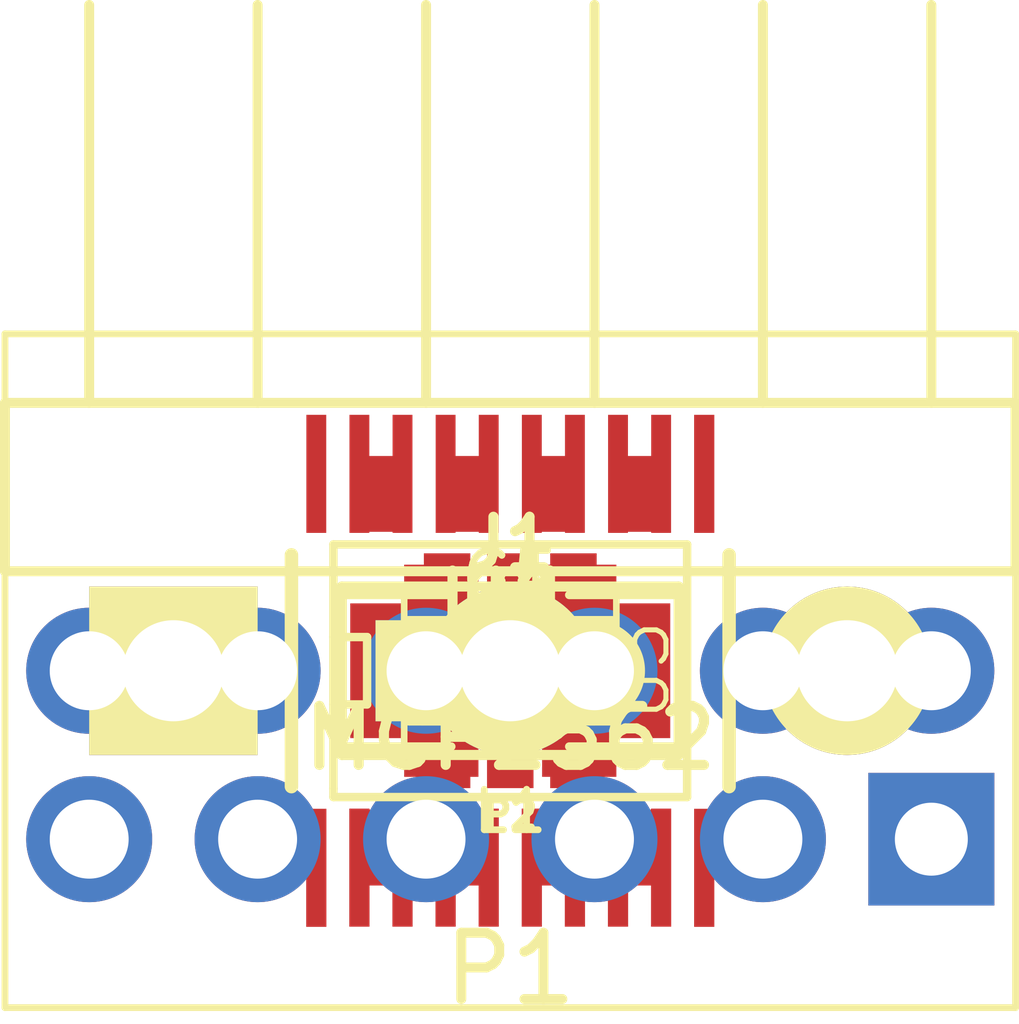
<source format=kicad_pcb>
(kicad_pcb (version 4) (host pcbnew 4.0.2+dfsg1-stable)

  (general
    (links 60)
    (no_connects 36)
    (area 0 0 0 0)
    (thickness 1.6)
    (drawings 0)
    (tracks 0)
    (zones 0)
    (modules 26)
    (nets 29)
  )

  (page A4)
  (layers
    (0 F.Cu signal)
    (31 B.Cu signal)
    (32 B.Adhes user)
    (33 F.Adhes user)
    (34 B.Paste user)
    (35 F.Paste user)
    (36 B.SilkS user)
    (37 F.SilkS user)
    (38 B.Mask user)
    (39 F.Mask user)
    (40 Dwgs.User user)
    (41 Cmts.User user)
    (42 Eco1.User user)
    (43 Eco2.User user)
    (44 Edge.Cuts user)
    (45 Margin user)
    (46 B.CrtYd user)
    (47 F.CrtYd user)
    (48 B.Fab user)
    (49 F.Fab user)
  )

  (setup
    (last_trace_width 0.25)
    (trace_clearance 0.2)
    (zone_clearance 0.508)
    (zone_45_only no)
    (trace_min 0.2)
    (segment_width 0.2)
    (edge_width 0.1)
    (via_size 0.6)
    (via_drill 0.4)
    (via_min_size 0.4)
    (via_min_drill 0.3)
    (uvia_size 0.3)
    (uvia_drill 0.1)
    (uvias_allowed no)
    (uvia_min_size 0.2)
    (uvia_min_drill 0.1)
    (pcb_text_width 0.3)
    (pcb_text_size 1.5 1.5)
    (mod_edge_width 0.15)
    (mod_text_size 1 1)
    (mod_text_width 0.15)
    (pad_size 1.5 1.5)
    (pad_drill 0.6)
    (pad_to_mask_clearance 0)
    (aux_axis_origin 0 0)
    (visible_elements FFFFFF7F)
    (pcbplotparams
      (layerselection 0x00030_80000001)
      (usegerberextensions false)
      (excludeedgelayer true)
      (linewidth 0.100000)
      (plotframeref false)
      (viasonmask false)
      (mode 1)
      (useauxorigin false)
      (hpglpennumber 1)
      (hpglpenspeed 20)
      (hpglpendiameter 15)
      (hpglpenoverlay 2)
      (psnegative false)
      (psa4output false)
      (plotreference true)
      (plotvalue true)
      (plotinvisibletext false)
      (padsonsilk false)
      (subtractmaskfromsilk false)
      (outputformat 1)
      (mirror false)
      (drillshape 1)
      (scaleselection 1)
      (outputdirectory ""))
  )

  (net 0 "")
  (net 1 VCC)
  (net 2 GND)
  (net 3 5V)
  (net 4 RST)
  (net 5 "Net-(J1-Pad1)")
  (net 6 "Net-(J1-Pad2)")
  (net 7 "Net-(L1-Pad2)")
  (net 8 SPI_CS)
  (net 9 SPI_MOSI)
  (net 10 SPI_MISO)
  (net 11 SPI_SCK)
  (net 12 SPI_INT)
  (net 13 "Net-(P1-Pad9)")
  (net 14 "Net-(P1-Pad10)")
  (net 15 "Net-(P2-Pad3)")
  (net 16 "Net-(R2-Pad1)")
  (net 17 CAN_TX)
  (net 18 CAN_RX)
  (net 19 "Net-(R5-Pad2)")
  (net 20 "Net-(U2-Pad3)")
  (net 21 "Net-(U2-Pad4)")
  (net 22 "Net-(U2-Pad5)")
  (net 23 "Net-(U2-Pad7)")
  (net 24 "Net-(U2-Pad8)")
  (net 25 "Net-(U2-Pad9)")
  (net 26 "Net-(U2-Pad12)")
  (net 27 "Net-(U2-Pad11)")
  (net 28 "Net-(X1-Pad1)")

  (net_class Default "This is the default net class."
    (clearance 0.2)
    (trace_width 0.25)
    (via_dia 0.6)
    (via_drill 0.4)
    (uvia_dia 0.3)
    (uvia_drill 0.1)
    (add_net 5V)
    (add_net CAN_RX)
    (add_net CAN_TX)
    (add_net GND)
    (add_net "Net-(J1-Pad1)")
    (add_net "Net-(J1-Pad2)")
    (add_net "Net-(L1-Pad2)")
    (add_net "Net-(P1-Pad10)")
    (add_net "Net-(P1-Pad9)")
    (add_net "Net-(P2-Pad3)")
    (add_net "Net-(R2-Pad1)")
    (add_net "Net-(R5-Pad2)")
    (add_net "Net-(U2-Pad11)")
    (add_net "Net-(U2-Pad12)")
    (add_net "Net-(U2-Pad3)")
    (add_net "Net-(U2-Pad4)")
    (add_net "Net-(U2-Pad5)")
    (add_net "Net-(U2-Pad7)")
    (add_net "Net-(U2-Pad8)")
    (add_net "Net-(U2-Pad9)")
    (add_net "Net-(X1-Pad1)")
    (add_net RST)
    (add_net SPI_CS)
    (add_net SPI_INT)
    (add_net SPI_MISO)
    (add_net SPI_MOSI)
    (add_net SPI_SCK)
    (add_net VCC)
  )

  (module comm-can:SMD0805 (layer F.Cu) (tedit 59C99880) (tstamp 5A6B7CCE)
    (at 148.5011 105.0036)
    (path /5A2C51AA)
    (attr smd)
    (fp_text reference C1 (at 0 -1.4) (layer F.SilkS)
      (effects (font (size 0.762 0.762) (thickness 0.1016)))
    )
    (fp_text value 10uF (at 0 0) (layer F.SilkS) hide
      (effects (font (size 0.635 0.635) (thickness 0.127)))
    )
    (fp_line (start -0.508 0.762) (end -1.524 0.762) (layer F.SilkS) (width 0.127))
    (fp_line (start -1.524 0.762) (end -1.524 -0.762) (layer F.SilkS) (width 0.127))
    (fp_line (start -1.524 -0.762) (end -0.508 -0.762) (layer F.SilkS) (width 0.127))
    (fp_line (start 0.508 -0.762) (end 1.524 -0.762) (layer F.SilkS) (width 0.127))
    (fp_line (start 1.524 -0.762) (end 1.524 0.762) (layer F.SilkS) (width 0.127))
    (fp_line (start 1.524 0.762) (end 0.508 0.762) (layer F.SilkS) (width 0.127))
    (pad 1 smd rect (at -0.9525 0) (size 0.889 1.397) (layers F.Cu F.Paste F.Mask)
      (net 1 VCC))
    (pad 2 smd rect (at 0.9525 0) (size 0.889 1.397) (layers F.Cu F.Paste F.Mask)
      (net 2 GND))
    (model smd/chip_cms.wrl
      (at (xyz 0 0 0))
      (scale (xyz 0.1 0.1 0.1))
      (rotate (xyz 0 0 0))
    )
  )

  (module comm-can:SMD0603 (layer F.Cu) (tedit 59C99880) (tstamp 5A6B7CD4)
    (at 148.5011 105.0036)
    (path /5A2C545E)
    (attr smd)
    (fp_text reference C2 (at 0 -1.0922) (layer F.SilkS)
      (effects (font (size 0.762 0.762) (thickness 0.1016)))
    )
    (fp_text value 100nF (at 0 0) (layer F.SilkS) hide
      (effects (font (size 0.20066 0.20066) (thickness 0.0508)))
    )
    (fp_line (start -1.143 -0.635) (end 1.143 -0.635) (layer F.SilkS) (width 0.127))
    (fp_line (start 1.143 -0.635) (end 1.143 0.635) (layer F.SilkS) (width 0.127))
    (fp_line (start 1.143 0.635) (end -1.143 0.635) (layer F.SilkS) (width 0.127))
    (fp_line (start -1.143 0.635) (end -1.143 -0.635) (layer F.SilkS) (width 0.127))
    (pad 1 smd rect (at -0.762 0) (size 0.635 1.143) (layers F.Cu F.Paste F.Mask)
      (net 1 VCC))
    (pad 2 smd rect (at 0.762 0) (size 0.635 1.143) (layers F.Cu F.Paste F.Mask)
      (net 2 GND))
    (model smd/chip_cms.wrl
      (at (xyz 0 0 0))
      (scale (xyz 0.08 0.08 0.08))
      (rotate (xyz 0 0 0))
    )
  )

  (module comm-can:SMD0603 (layer F.Cu) (tedit 59C99880) (tstamp 5A6B7CDA)
    (at 148.5011 105.0036)
    (path /5A2C5499)
    (attr smd)
    (fp_text reference C3 (at 0 -1.0922) (layer F.SilkS)
      (effects (font (size 0.762 0.762) (thickness 0.1016)))
    )
    (fp_text value 100nF (at 0 0) (layer F.SilkS) hide
      (effects (font (size 0.20066 0.20066) (thickness 0.0508)))
    )
    (fp_line (start -1.143 -0.635) (end 1.143 -0.635) (layer F.SilkS) (width 0.127))
    (fp_line (start 1.143 -0.635) (end 1.143 0.635) (layer F.SilkS) (width 0.127))
    (fp_line (start 1.143 0.635) (end -1.143 0.635) (layer F.SilkS) (width 0.127))
    (fp_line (start -1.143 0.635) (end -1.143 -0.635) (layer F.SilkS) (width 0.127))
    (pad 1 smd rect (at -0.762 0) (size 0.635 1.143) (layers F.Cu F.Paste F.Mask)
      (net 1 VCC))
    (pad 2 smd rect (at 0.762 0) (size 0.635 1.143) (layers F.Cu F.Paste F.Mask)
      (net 2 GND))
    (model smd/chip_cms.wrl
      (at (xyz 0 0 0))
      (scale (xyz 0.08 0.08 0.08))
      (rotate (xyz 0 0 0))
    )
  )

  (module comm-can:SMD0805 (layer F.Cu) (tedit 59C99880) (tstamp 5A6B7CE0)
    (at 148.5011 105.0036)
    (path /5A2C54D6)
    (attr smd)
    (fp_text reference C4 (at 0 -1.4) (layer F.SilkS)
      (effects (font (size 0.762 0.762) (thickness 0.1016)))
    )
    (fp_text value 10uF (at 0 0) (layer F.SilkS) hide
      (effects (font (size 0.635 0.635) (thickness 0.127)))
    )
    (fp_line (start -0.508 0.762) (end -1.524 0.762) (layer F.SilkS) (width 0.127))
    (fp_line (start -1.524 0.762) (end -1.524 -0.762) (layer F.SilkS) (width 0.127))
    (fp_line (start -1.524 -0.762) (end -0.508 -0.762) (layer F.SilkS) (width 0.127))
    (fp_line (start 0.508 -0.762) (end 1.524 -0.762) (layer F.SilkS) (width 0.127))
    (fp_line (start 1.524 -0.762) (end 1.524 0.762) (layer F.SilkS) (width 0.127))
    (fp_line (start 1.524 0.762) (end 0.508 0.762) (layer F.SilkS) (width 0.127))
    (pad 1 smd rect (at -0.9525 0) (size 0.889 1.397) (layers F.Cu F.Paste F.Mask)
      (net 1 VCC))
    (pad 2 smd rect (at 0.9525 0) (size 0.889 1.397) (layers F.Cu F.Paste F.Mask)
      (net 2 GND))
    (model smd/chip_cms.wrl
      (at (xyz 0 0 0))
      (scale (xyz 0.1 0.1 0.1))
      (rotate (xyz 0 0 0))
    )
  )

  (module comm-can:SMD0805 (layer F.Cu) (tedit 59C99880) (tstamp 5A6B7CE6)
    (at 148.5011 105.0036)
    (path /5A2C4842)
    (attr smd)
    (fp_text reference C5 (at 0 -1.4) (layer F.SilkS)
      (effects (font (size 0.762 0.762) (thickness 0.1016)))
    )
    (fp_text value 10uF (at 0 0) (layer F.SilkS) hide
      (effects (font (size 0.635 0.635) (thickness 0.127)))
    )
    (fp_line (start -0.508 0.762) (end -1.524 0.762) (layer F.SilkS) (width 0.127))
    (fp_line (start -1.524 0.762) (end -1.524 -0.762) (layer F.SilkS) (width 0.127))
    (fp_line (start -1.524 -0.762) (end -0.508 -0.762) (layer F.SilkS) (width 0.127))
    (fp_line (start 0.508 -0.762) (end 1.524 -0.762) (layer F.SilkS) (width 0.127))
    (fp_line (start 1.524 -0.762) (end 1.524 0.762) (layer F.SilkS) (width 0.127))
    (fp_line (start 1.524 0.762) (end 0.508 0.762) (layer F.SilkS) (width 0.127))
    (pad 1 smd rect (at -0.9525 0) (size 0.889 1.397) (layers F.Cu F.Paste F.Mask)
      (net 3 5V))
    (pad 2 smd rect (at 0.9525 0) (size 0.889 1.397) (layers F.Cu F.Paste F.Mask)
      (net 2 GND))
    (model smd/chip_cms.wrl
      (at (xyz 0 0 0))
      (scale (xyz 0.1 0.1 0.1))
      (rotate (xyz 0 0 0))
    )
  )

  (module comm-can:SMD0603 (layer F.Cu) (tedit 59C99880) (tstamp 5A6B7CEC)
    (at 148.5011 105.0036)
    (path /5A2C9F65)
    (attr smd)
    (fp_text reference C6 (at 0 -1.0922) (layer F.SilkS)
      (effects (font (size 0.762 0.762) (thickness 0.1016)))
    )
    (fp_text value 100nF (at 0 0) (layer F.SilkS) hide
      (effects (font (size 0.20066 0.20066) (thickness 0.0508)))
    )
    (fp_line (start -1.143 -0.635) (end 1.143 -0.635) (layer F.SilkS) (width 0.127))
    (fp_line (start 1.143 -0.635) (end 1.143 0.635) (layer F.SilkS) (width 0.127))
    (fp_line (start 1.143 0.635) (end -1.143 0.635) (layer F.SilkS) (width 0.127))
    (fp_line (start -1.143 0.635) (end -1.143 -0.635) (layer F.SilkS) (width 0.127))
    (pad 1 smd rect (at -0.762 0) (size 0.635 1.143) (layers F.Cu F.Paste F.Mask)
      (net 1 VCC))
    (pad 2 smd rect (at 0.762 0) (size 0.635 1.143) (layers F.Cu F.Paste F.Mask)
      (net 2 GND))
    (model smd/chip_cms.wrl
      (at (xyz 0 0 0))
      (scale (xyz 0.08 0.08 0.08))
      (rotate (xyz 0 0 0))
    )
  )

  (module comm-can:SMD0603 (layer F.Cu) (tedit 59C99880) (tstamp 5A6B7CF2)
    (at 148.5011 105.0036)
    (path /5A2CA687)
    (attr smd)
    (fp_text reference C7 (at 0 -1.0922) (layer F.SilkS)
      (effects (font (size 0.762 0.762) (thickness 0.1016)))
    )
    (fp_text value C (at 0 0) (layer F.SilkS) hide
      (effects (font (size 0.20066 0.20066) (thickness 0.0508)))
    )
    (fp_line (start -1.143 -0.635) (end 1.143 -0.635) (layer F.SilkS) (width 0.127))
    (fp_line (start 1.143 -0.635) (end 1.143 0.635) (layer F.SilkS) (width 0.127))
    (fp_line (start 1.143 0.635) (end -1.143 0.635) (layer F.SilkS) (width 0.127))
    (fp_line (start -1.143 0.635) (end -1.143 -0.635) (layer F.SilkS) (width 0.127))
    (pad 1 smd rect (at -0.762 0) (size 0.635 1.143) (layers F.Cu F.Paste F.Mask)
      (net 4 RST))
    (pad 2 smd rect (at 0.762 0) (size 0.635 1.143) (layers F.Cu F.Paste F.Mask)
      (net 2 GND))
    (model smd/chip_cms.wrl
      (at (xyz 0 0 0))
      (scale (xyz 0.08 0.08 0.08))
      (rotate (xyz 0 0 0))
    )
  )

  (module comm-can:CONN_2 (layer F.Cu) (tedit 59C99880) (tstamp 5A6B7CF8)
    (at 148.5011 105.0036)
    (tags CONN)
    (path /59D389BB)
    (fp_text reference J1 (at 0 -1.905) (layer F.SilkS)
      (effects (font (size 0.762 0.762) (thickness 0.1524)))
    )
    (fp_text value JUMPER (at 0 0 90) (layer F.SilkS) hide
      (effects (font (size 0.5 0.5) (thickness 0.1)))
    )
    (fp_line (start -2.54 1.27) (end -2.54 -1.27) (layer F.SilkS) (width 0.1524))
    (fp_line (start -2.54 -1.27) (end 2.54 -1.27) (layer F.SilkS) (width 0.1524))
    (fp_line (start 2.54 -1.27) (end 2.54 1.27) (layer F.SilkS) (width 0.1524))
    (fp_line (start 2.54 1.27) (end -2.54 1.27) (layer F.SilkS) (width 0.1524))
    (pad 1 thru_hole rect (at -1.27 0) (size 1.524 1.524) (drill 1.016) (layers *.Cu *.Mask F.SilkS)
      (net 5 "Net-(J1-Pad1)"))
    (pad 2 thru_hole circle (at 1.27 0) (size 1.524 1.524) (drill 1.016) (layers *.Cu *.Mask F.SilkS)
      (net 6 "Net-(J1-Pad2)"))
    (model pin_array/pins_array_2x1.wrl
      (at (xyz 0 0 0))
      (scale (xyz 1 1 1))
      (rotate (xyz 0 0 0))
    )
  )

  (module comm-can:I_EPL3010 (layer F.Cu) (tedit 59C99880) (tstamp 5A6B7CFE)
    (at 148.5011 105.0036)
    (path /5A2C6011)
    (fp_text reference L1 (at 0 2.1209) (layer F.SilkS)
      (effects (font (size 0.6096 0.6096) (thickness 0.1016)))
    )
    (fp_text value 4,7uH (at 0 0 90) (layer F.Fab) hide
      (effects (font (size 0.2 0.2) (thickness 0.05)))
    )
    (pad 1 smd rect (at -1.04 0) (size 1.12 3.2) (layers F.Cu F.Paste F.Mask)
      (net 1 VCC))
    (pad 2 smd rect (at 1.04 0) (size 1.12 3.2) (layers F.Cu F.Paste F.Mask)
      (net 7 "Net-(L1-Pad2)"))
  )

  (module comm-can:CONN_PMOD-Male (layer F.Cu) (tedit 59C99880) (tstamp 5A6B7D0E)
    (at 148.5011 105.0036)
    (path /59D3A542)
    (fp_text reference P1 (at 0 4.4958) (layer F.SilkS)
      (effects (font (size 1 1) (thickness 0.15)))
    )
    (fp_text value PMOD (at 0 -2.77) (layer F.Fab)
      (effects (font (size 1 1) (thickness 0.15)))
    )
    (fp_line (start 6.35 -10.04) (end 6.35 -4.04) (layer F.SilkS) (width 0.15))
    (fp_line (start 3.81 -10.04) (end 3.81 -4.04) (layer F.SilkS) (width 0.15))
    (fp_line (start 1.27 -10.04) (end 1.27 -4.04) (layer F.SilkS) (width 0.15))
    (fp_line (start -1.27 -10.04) (end -1.27 -4.04) (layer F.SilkS) (width 0.15))
    (fp_line (start -3.81 -10.04) (end -3.81 -4.04) (layer F.SilkS) (width 0.15))
    (fp_line (start -6.35 -10.04) (end -6.35 -4.04) (layer F.SilkS) (width 0.15))
    (fp_line (start -7.62 -1.5) (end 7.62 -1.5) (layer F.SilkS) (width 0.15))
    (fp_line (start 7.62 -1.5) (end 7.62 -4.04) (layer F.SilkS) (width 0.15))
    (fp_line (start 7.62 -4.04) (end -7.62 -4.04) (layer F.SilkS) (width 0.15))
    (fp_line (start -7.62 -1.5) (end -7.62 -4.04) (layer F.SilkS) (width 0.15))
    (pad 1 thru_hole rect (at 6.35 2.54) (size 1.9 2) (drill 1.1) (layers *.Cu *.Mask)
      (net 8 SPI_CS))
    (pad 2 thru_hole circle (at 3.81 2.54) (size 1.9 1.9) (drill 1.19) (layers *.Cu *.Mask)
      (net 9 SPI_MOSI))
    (pad 3 thru_hole circle (at 1.27 2.54) (size 1.9 1.9) (drill 1.19) (layers *.Cu *.Mask)
      (net 10 SPI_MISO))
    (pad 4 thru_hole circle (at -1.27 2.54) (size 1.9 1.9) (drill 1.19) (layers *.Cu *.Mask)
      (net 11 SPI_SCK))
    (pad 5 thru_hole circle (at -3.81 2.54) (size 1.9 1.9) (drill 1.19) (layers *.Cu *.Mask)
      (net 2 GND))
    (pad 6 thru_hole circle (at -6.35 2.54) (size 1.9 1.9) (drill 1.19) (layers *.Cu *.Mask)
      (net 1 VCC))
    (pad 7 thru_hole circle (at 6.35 0) (size 1.9 1.9) (drill 1.19) (layers *.Cu *.Mask)
      (net 12 SPI_INT))
    (pad 8 thru_hole circle (at 3.81 0) (size 1.9 1.9) (drill 1.19) (layers *.Cu *.Mask)
      (net 4 RST))
    (pad 9 thru_hole circle (at 1.27 0) (size 1.9 1.9) (drill 1.19) (layers *.Cu *.Mask)
      (net 13 "Net-(P1-Pad9)"))
    (pad 10 thru_hole circle (at -1.27 0) (size 1.9 1.9) (drill 1.19) (layers *.Cu *.Mask)
      (net 14 "Net-(P1-Pad10)"))
    (pad 11 thru_hole circle (at -3.81 0) (size 1.9 1.9) (drill 1.19) (layers *.Cu *.Mask)
      (net 2 GND))
    (pad 12 thru_hole circle (at -6.35 0) (size 1.9 1.9) (drill 1.19) (layers *.Cu *.Mask)
      (net 1 VCC))
  )

  (module comm-can:CONN_MC000035 (layer F.Cu) (tedit 59C99880) (tstamp 5A6B7D15)
    (at 148.5011 105.0036)
    (tags CONN)
    (path /59D3844D)
    (fp_text reference P2 (at 0 2.1717) (layer F.SilkS)
      (effects (font (size 0.4064 0.4064) (thickness 0.1016)))
    )
    (fp_text value CONN_3 (at 0 -1.905) (layer F.SilkS) hide
      (effects (font (size 0.4064 0.4064) (thickness 0.1016)))
    )
    (fp_line (start -7.62 5.08) (end 7.62 5.08) (layer F.SilkS) (width 0.1016))
    (fp_line (start -7.62 -5.08) (end 7.62 -5.08) (layer F.SilkS) (width 0.1016))
    (fp_line (start -7.62 5.08) (end -7.62 -5.08) (layer F.SilkS) (width 0.1016))
    (fp_line (start 7.62 -5.08) (end 7.62 5.08) (layer F.SilkS) (width 0.1016))
    (pad 1 thru_hole rect (at -5.08 0) (size 2.54 2.54) (drill 1.524) (layers *.Cu *.Mask F.SilkS)
      (net 2 GND))
    (pad 3 thru_hole circle (at 5.08 0) (size 2.54 2.54) (drill 1.524) (layers *.Cu *.Mask F.SilkS)
      (net 15 "Net-(P2-Pad3)"))
    (pad 2 thru_hole circle (at 0 0) (size 2.54 2.54) (drill 1.524) (layers *.Cu *.Mask F.SilkS)
      (net 6 "Net-(J1-Pad2)"))
    (model res/mc000034.wrl
      (at (xyz 0 0 0))
      (scale (xyz 1 1 1))
      (rotate (xyz 0 0 0))
    )
  )

  (module comm-can:SMD1206 (layer F.Cu) (tedit 59C99880) (tstamp 5A6B7D1B)
    (at 148.5011 105.0036)
    (path /59D38985)
    (attr smd)
    (fp_text reference R1 (at 0 0) (layer F.SilkS)
      (effects (font (size 0.762 0.762) (thickness 0.127)))
    )
    (fp_text value R (at 0 0) (layer F.SilkS) hide
      (effects (font (size 0.762 0.762) (thickness 0.127)))
    )
    (fp_line (start -2.54 -1.143) (end -2.54 1.143) (layer F.SilkS) (width 0.127))
    (fp_line (start -2.54 1.143) (end -0.889 1.143) (layer F.SilkS) (width 0.127))
    (fp_line (start 0.889 -1.143) (end 2.54 -1.143) (layer F.SilkS) (width 0.127))
    (fp_line (start 2.54 -1.143) (end 2.54 1.143) (layer F.SilkS) (width 0.127))
    (fp_line (start 2.54 1.143) (end 0.889 1.143) (layer F.SilkS) (width 0.127))
    (fp_line (start -0.889 -1.143) (end -2.54 -1.143) (layer F.SilkS) (width 0.127))
    (pad 1 smd rect (at -1.651 0) (size 1.524 2.032) (layers F.Cu F.Paste F.Mask)
      (net 15 "Net-(P2-Pad3)"))
    (pad 2 smd rect (at 1.651 0) (size 1.524 2.032) (layers F.Cu F.Paste F.Mask)
      (net 5 "Net-(J1-Pad1)"))
    (model smd/chip_cms.wrl
      (at (xyz 0 0 0))
      (scale (xyz 0.17 0.16 0.16))
      (rotate (xyz 0 0 0))
    )
  )

  (module comm-can:SMD0603 (layer F.Cu) (tedit 59C99880) (tstamp 5A6B7D21)
    (at 148.5011 105.0036)
    (path /59D39FC6)
    (attr smd)
    (fp_text reference R2 (at 0 -1.0922) (layer F.SilkS)
      (effects (font (size 0.762 0.762) (thickness 0.1016)))
    )
    (fp_text value R (at 0 0) (layer F.SilkS) hide
      (effects (font (size 0.20066 0.20066) (thickness 0.0508)))
    )
    (fp_line (start -1.143 -0.635) (end 1.143 -0.635) (layer F.SilkS) (width 0.127))
    (fp_line (start 1.143 -0.635) (end 1.143 0.635) (layer F.SilkS) (width 0.127))
    (fp_line (start 1.143 0.635) (end -1.143 0.635) (layer F.SilkS) (width 0.127))
    (fp_line (start -1.143 0.635) (end -1.143 -0.635) (layer F.SilkS) (width 0.127))
    (pad 1 smd rect (at -0.762 0) (size 0.635 1.143) (layers F.Cu F.Paste F.Mask)
      (net 16 "Net-(R2-Pad1)"))
    (pad 2 smd rect (at 0.762 0) (size 0.635 1.143) (layers F.Cu F.Paste F.Mask)
      (net 2 GND))
    (model smd/chip_cms.wrl
      (at (xyz 0 0 0))
      (scale (xyz 0.08 0.08 0.08))
      (rotate (xyz 0 0 0))
    )
  )

  (module comm-can:SMD0402 (layer F.Cu) (tedit 59C99880) (tstamp 5A6B7D27)
    (at 148.5011 105.0036)
    (path /59E4EBCA)
    (solder_mask_margin 0.0762)
    (solder_paste_margin -0.0254)
    (attr smd)
    (fp_text reference R3 (at 0 0.6096) (layer F.SilkS) hide
      (effects (font (size 0.2 0.2) (thickness 0.05)))
    )
    (fp_text value 0 (at 0 -0.3937) (layer F.SilkS) hide
      (effects (font (size 0.2 0.2) (thickness 0.05)))
    )
    (fp_line (start -0.85 -0.4) (end -0.55 -0.4) (layer F.SilkS) (width 0.1016))
    (fp_line (start -0.85 -0.4) (end -0.85 0.4) (layer F.SilkS) (width 0.1016))
    (fp_line (start -0.85 0.4) (end -0.55 0.4) (layer F.SilkS) (width 0.1016))
    (fp_line (start 0.55 -0.4) (end 0.85 -0.4) (layer F.SilkS) (width 0.1016))
    (fp_line (start 0.85 -0.4) (end 0.85 0.4) (layer F.SilkS) (width 0.1016))
    (fp_line (start 0.85 0.4) (end 0.55 0.4) (layer F.SilkS) (width 0.1016))
    (pad 1 smd rect (at -0.45 0) (size 0.5 0.5) (layers F.Cu F.Paste F.SilkS F.Mask)
      (net 17 CAN_TX))
    (pad 2 smd rect (at 0.45 0) (size 0.5 0.5) (layers F.Cu F.Paste F.SilkS F.Mask)
      (net 17 CAN_TX))
  )

  (module comm-can:SMD0402 (layer F.Cu) (tedit 59C99880) (tstamp 5A6B7D2D)
    (at 148.5011 105.0036)
    (path /59E4EC1F)
    (solder_mask_margin 0.0762)
    (solder_paste_margin -0.0254)
    (attr smd)
    (fp_text reference R4 (at 0 0.6096) (layer F.SilkS) hide
      (effects (font (size 0.2 0.2) (thickness 0.05)))
    )
    (fp_text value 0 (at 0 -0.3937) (layer F.SilkS) hide
      (effects (font (size 0.2 0.2) (thickness 0.05)))
    )
    (fp_line (start -0.85 -0.4) (end -0.55 -0.4) (layer F.SilkS) (width 0.1016))
    (fp_line (start -0.85 -0.4) (end -0.85 0.4) (layer F.SilkS) (width 0.1016))
    (fp_line (start -0.85 0.4) (end -0.55 0.4) (layer F.SilkS) (width 0.1016))
    (fp_line (start 0.55 -0.4) (end 0.85 -0.4) (layer F.SilkS) (width 0.1016))
    (fp_line (start 0.85 -0.4) (end 0.85 0.4) (layer F.SilkS) (width 0.1016))
    (fp_line (start 0.85 0.4) (end 0.55 0.4) (layer F.SilkS) (width 0.1016))
    (pad 1 smd rect (at -0.45 0) (size 0.5 0.5) (layers F.Cu F.Paste F.SilkS F.Mask)
      (net 18 CAN_RX))
    (pad 2 smd rect (at 0.45 0) (size 0.5 0.5) (layers F.Cu F.Paste F.SilkS F.Mask)
      (net 18 CAN_RX))
  )

  (module comm-can:SMD0603 (layer F.Cu) (tedit 59C99880) (tstamp 5A6B7D33)
    (at 148.5011 105.0036)
    (path /5A2C3C59)
    (attr smd)
    (fp_text reference R5 (at 0 -1.0922) (layer F.SilkS)
      (effects (font (size 0.762 0.762) (thickness 0.1016)))
    )
    (fp_text value R (at 0 0) (layer F.SilkS) hide
      (effects (font (size 0.20066 0.20066) (thickness 0.0508)))
    )
    (fp_line (start -1.143 -0.635) (end 1.143 -0.635) (layer F.SilkS) (width 0.127))
    (fp_line (start 1.143 -0.635) (end 1.143 0.635) (layer F.SilkS) (width 0.127))
    (fp_line (start 1.143 0.635) (end -1.143 0.635) (layer F.SilkS) (width 0.127))
    (fp_line (start -1.143 0.635) (end -1.143 -0.635) (layer F.SilkS) (width 0.127))
    (pad 1 smd rect (at -0.762 0) (size 0.635 1.143) (layers F.Cu F.Paste F.Mask)
      (net 3 5V))
    (pad 2 smd rect (at 0.762 0) (size 0.635 1.143) (layers F.Cu F.Paste F.Mask)
      (net 19 "Net-(R5-Pad2)"))
    (model smd/chip_cms.wrl
      (at (xyz 0 0 0))
      (scale (xyz 0.08 0.08 0.08))
      (rotate (xyz 0 0 0))
    )
  )

  (module comm-can:SMD0603 (layer F.Cu) (tedit 59C99880) (tstamp 5A6B7D39)
    (at 148.5011 105.0036)
    (path /5A2C3C9A)
    (attr smd)
    (fp_text reference R6 (at 0 -1.0922) (layer F.SilkS)
      (effects (font (size 0.762 0.762) (thickness 0.1016)))
    )
    (fp_text value R (at 0 0) (layer F.SilkS) hide
      (effects (font (size 0.20066 0.20066) (thickness 0.0508)))
    )
    (fp_line (start -1.143 -0.635) (end 1.143 -0.635) (layer F.SilkS) (width 0.127))
    (fp_line (start 1.143 -0.635) (end 1.143 0.635) (layer F.SilkS) (width 0.127))
    (fp_line (start 1.143 0.635) (end -1.143 0.635) (layer F.SilkS) (width 0.127))
    (fp_line (start -1.143 0.635) (end -1.143 -0.635) (layer F.SilkS) (width 0.127))
    (pad 1 smd rect (at -0.762 0) (size 0.635 1.143) (layers F.Cu F.Paste F.Mask)
      (net 19 "Net-(R5-Pad2)"))
    (pad 2 smd rect (at 0.762 0) (size 0.635 1.143) (layers F.Cu F.Paste F.Mask)
      (net 2 GND))
    (model smd/chip_cms.wrl
      (at (xyz 0 0 0))
      (scale (xyz 0.08 0.08 0.08))
      (rotate (xyz 0 0 0))
    )
  )

  (module comm-can:SMD0603 (layer F.Cu) (tedit 59C99880) (tstamp 5A6B7D3F)
    (at 148.5011 105.0036)
    (path /5A2C7205)
    (attr smd)
    (fp_text reference R7 (at 0 -1.0922) (layer F.SilkS)
      (effects (font (size 0.762 0.762) (thickness 0.1016)))
    )
    (fp_text value 0 (at 0 0) (layer F.SilkS) hide
      (effects (font (size 0.20066 0.20066) (thickness 0.0508)))
    )
    (fp_line (start -1.143 -0.635) (end 1.143 -0.635) (layer F.SilkS) (width 0.127))
    (fp_line (start 1.143 -0.635) (end 1.143 0.635) (layer F.SilkS) (width 0.127))
    (fp_line (start 1.143 0.635) (end -1.143 0.635) (layer F.SilkS) (width 0.127))
    (fp_line (start -1.143 0.635) (end -1.143 -0.635) (layer F.SilkS) (width 0.127))
    (pad 1 smd rect (at -0.762 0) (size 0.635 1.143) (layers F.Cu F.Paste F.Mask)
      (net 1 VCC))
    (pad 2 smd rect (at 0.762 0) (size 0.635 1.143) (layers F.Cu F.Paste F.Mask)
      (net 3 5V))
    (model smd/chip_cms.wrl
      (at (xyz 0 0 0))
      (scale (xyz 0.08 0.08 0.08))
      (rotate (xyz 0 0 0))
    )
  )

  (module comm-can:SMD0603 (layer F.Cu) (tedit 59C99880) (tstamp 5A6B7D45)
    (at 148.5011 105.0036)
    (path /5A2CA720)
    (attr smd)
    (fp_text reference R8 (at 0 -1.0922) (layer F.SilkS)
      (effects (font (size 0.762 0.762) (thickness 0.1016)))
    )
    (fp_text value R (at 0 0) (layer F.SilkS) hide
      (effects (font (size 0.20066 0.20066) (thickness 0.0508)))
    )
    (fp_line (start -1.143 -0.635) (end 1.143 -0.635) (layer F.SilkS) (width 0.127))
    (fp_line (start 1.143 -0.635) (end 1.143 0.635) (layer F.SilkS) (width 0.127))
    (fp_line (start 1.143 0.635) (end -1.143 0.635) (layer F.SilkS) (width 0.127))
    (fp_line (start -1.143 0.635) (end -1.143 -0.635) (layer F.SilkS) (width 0.127))
    (pad 1 smd rect (at -0.762 0) (size 0.635 1.143) (layers F.Cu F.Paste F.Mask)
      (net 1 VCC))
    (pad 2 smd rect (at 0.762 0) (size 0.635 1.143) (layers F.Cu F.Paste F.Mask)
      (net 4 RST))
    (model smd/chip_cms.wrl
      (at (xyz 0 0 0))
      (scale (xyz 0.08 0.08 0.08))
      (rotate (xyz 0 0 0))
    )
  )

  (module comm-can:TP_SMD (layer F.Cu) (tedit 59C99880) (tstamp 5A6B7D4A)
    (at 148.5011 105.0036)
    (path /59E4F05B)
    (fp_text reference TP2 (at 0.0635 1.016) (layer F.SilkS) hide
      (effects (font (size 0.2 0.2) (thickness 0.05)))
    )
    (fp_text value CONN_1 (at 0.0381 -1.1049) (layer F.Fab) hide
      (effects (font (size 0.2 0.2) (thickness 0.05)))
    )
    (pad 1 smd circle (at 0 0) (size 1.2 1.2) (layers F.Cu F.Paste F.Mask)
      (net 17 CAN_TX))
  )

  (module comm-can:TP_SMD (layer F.Cu) (tedit 59C99880) (tstamp 5A6B7D4F)
    (at 148.5011 105.0036)
    (path /59E4F0B4)
    (fp_text reference TP3 (at 0.0635 1.016) (layer F.SilkS) hide
      (effects (font (size 0.2 0.2) (thickness 0.05)))
    )
    (fp_text value CONN_1 (at 0.0381 -1.1049) (layer F.Fab) hide
      (effects (font (size 0.2 0.2) (thickness 0.05)))
    )
    (pad 1 smd circle (at 0 0) (size 1.2 1.2) (layers F.Cu F.Paste F.Mask)
      (net 18 CAN_RX))
  )

  (module comm-can:TP_SMD (layer F.Cu) (tedit 59C99880) (tstamp 5A6B7D54)
    (at 148.5011 105.0036)
    (path /5A2C78EB)
    (fp_text reference TP4 (at 0.0635 1.016) (layer F.SilkS) hide
      (effects (font (size 0.2 0.2) (thickness 0.05)))
    )
    (fp_text value CONN_1 (at 0.0381 -1.1049) (layer F.Fab) hide
      (effects (font (size 0.2 0.2) (thickness 0.05)))
    )
    (pad 1 smd circle (at 0 0) (size 1.2 1.2) (layers F.Cu F.Paste F.Mask)
      (net 16 "Net-(R2-Pad1)"))
  )

  (module comm-can:SOIC-8E (layer F.Cu) (tedit 59C99880) (tstamp 5A6B7D60)
    (at 148.5011 105.0036)
    (descr "module CMS SOJ 8 pins etroit")
    (tags "CMS SOJ")
    (path /5A2C1BB1)
    (attr smd)
    (fp_text reference U1 (at 0 -0.889) (layer F.SilkS)
      (effects (font (size 1.143 1.143) (thickness 0.1524)))
    )
    (fp_text value MCP2562 (at 0 1.016) (layer F.SilkS)
      (effects (font (size 0.889 0.889) (thickness 0.1524)))
    )
    (fp_line (start -2.667 1.778) (end -2.667 1.905) (layer F.SilkS) (width 0.127))
    (fp_line (start -2.667 1.905) (end 2.667 1.905) (layer F.SilkS) (width 0.127))
    (fp_line (start 2.667 -1.905) (end -2.667 -1.905) (layer F.SilkS) (width 0.127))
    (fp_line (start -2.667 -1.905) (end -2.667 1.778) (layer F.SilkS) (width 0.127))
    (fp_line (start -2.667 -0.508) (end -2.159 -0.508) (layer F.SilkS) (width 0.127))
    (fp_line (start -2.159 -0.508) (end -2.159 0.508) (layer F.SilkS) (width 0.127))
    (fp_line (start -2.159 0.508) (end -2.667 0.508) (layer F.SilkS) (width 0.127))
    (fp_line (start 2.667 -1.905) (end 2.667 1.905) (layer F.SilkS) (width 0.127))
    (pad 8 smd rect (at -1.905 -2.667) (size 0.508 1.143) (layers F.Cu F.Paste F.Mask)
      (net 16 "Net-(R2-Pad1)"))
    (pad 1 smd rect (at -1.905 2.667) (size 0.508 1.143) (layers F.Cu F.Paste F.Mask)
      (net 17 CAN_TX))
    (pad 7 smd rect (at -0.635 -2.667) (size 0.508 1.143) (layers F.Cu F.Paste F.Mask)
      (net 15 "Net-(P2-Pad3)"))
    (pad 6 smd rect (at 0.635 -2.667) (size 0.508 1.143) (layers F.Cu F.Paste F.Mask)
      (net 6 "Net-(J1-Pad2)"))
    (pad 5 smd rect (at 1.905 -2.667) (size 0.508 1.143) (layers F.Cu F.Paste F.Mask)
      (net 1 VCC))
    (pad 2 smd rect (at -0.635 2.667) (size 0.508 1.143) (layers F.Cu F.Paste F.Mask)
      (net 2 GND))
    (pad 3 smd rect (at 0.635 2.667) (size 0.508 1.143) (layers F.Cu F.Paste F.Mask)
      (net 3 5V))
    (pad 4 smd rect (at 1.905 2.667) (size 0.508 1.143) (layers F.Cu F.Paste F.Mask)
      (net 18 CAN_RX))
    (model smd/cms_so8.wrl
      (at (xyz 0 0 0))
      (scale (xyz 0.5 0.32 0.5))
      (rotate (xyz 0 0 0))
    )
  )

  (module comm-can:TSSOP20 (layer F.Cu) (tedit 59C99880) (tstamp 5A6B7D78)
    (at 148.5011 105.0036)
    (path /59E4D84A)
    (fp_text reference U2 (at 0 -0.8763) (layer F.SilkS) hide
      (effects (font (size 0.50038 0.50038) (thickness 0.12446)))
    )
    (fp_text value MCP2515-ST (at 0 0.9144) (layer F.SilkS) hide
      (effects (font (size 0.50038 0.50038) (thickness 0.12446)))
    )
    (fp_line (start -3.3 -1.74752) (end -3.3 1.74752) (layer F.SilkS) (width 0.2032))
    (fp_line (start 3.3 1.74752) (end 3.3 -1.74752) (layer F.SilkS) (width 0.2032))
    (pad 2 smd rect (at -2.275 2.96926) (size 0.3048 1.78054) (layers F.Cu F.Paste F.Mask)
      (net 18 CAN_RX))
    (pad 3 smd rect (at -1.625 2.96926) (size 0.3048 1.78054) (layers F.Cu F.Paste F.Mask)
      (net 20 "Net-(U2-Pad3)"))
    (pad 4 smd rect (at -0.975 2.96926) (size 0.3048 1.78054) (layers F.Cu F.Paste F.Mask)
      (net 21 "Net-(U2-Pad4)"))
    (pad 5 smd rect (at -0.325 2.96926) (size 0.3048 1.78054) (layers F.Cu F.Paste F.Mask)
      (net 22 "Net-(U2-Pad5)"))
    (pad 6 smd rect (at 0.325 2.96926) (size 0.3048 1.78054) (layers F.Cu F.Paste F.Mask))
    (pad 7 smd rect (at 0.975 2.96926) (size 0.3048 1.78054) (layers F.Cu F.Paste F.Mask)
      (net 23 "Net-(U2-Pad7)"))
    (pad 8 smd rect (at 1.625 2.96926) (size 0.3048 1.78054) (layers F.Cu F.Paste F.Mask)
      (net 24 "Net-(U2-Pad8)"))
    (pad 9 smd rect (at 2.275 2.96926) (size 0.3048 1.78054) (layers F.Cu F.Paste F.Mask)
      (net 25 "Net-(U2-Pad9)"))
    (pad 12 smd rect (at 2.275 -2.96926) (size 0.29972 1.78054) (layers F.Cu F.Paste F.Mask)
      (net 26 "Net-(U2-Pad12)"))
    (pad 13 smd rect (at 1.625 -2.96926) (size 0.29972 1.78054) (layers F.Cu F.Paste F.Mask)
      (net 12 SPI_INT))
    (pad 14 smd rect (at 0.975 -2.96926) (size 0.29972 1.78054) (layers F.Cu F.Paste F.Mask)
      (net 11 SPI_SCK))
    (pad 15 smd rect (at 0.325 -2.96926) (size 0.29972 1.78054) (layers F.Cu F.Paste F.Mask))
    (pad 16 smd rect (at -0.325 -2.96926) (size 0.29972 1.78054) (layers F.Cu F.Paste F.Mask)
      (net 9 SPI_MOSI))
    (pad 17 smd rect (at -0.975 -2.96926) (size 0.29972 1.78054) (layers F.Cu F.Paste F.Mask)
      (net 10 SPI_MISO))
    (pad 18 smd rect (at -1.625 -2.96926) (size 0.29972 1.78054) (layers F.Cu F.Paste F.Mask)
      (net 8 SPI_CS))
    (pad 19 smd rect (at -2.275 -2.96926) (size 0.29972 1.78054) (layers F.Cu F.Paste F.Mask)
      (net 4 RST))
    (pad 1 smd rect (at -2.925 2.9718) (size 0.3048 1.78054) (layers F.Cu F.Paste F.Mask)
      (net 17 CAN_TX))
    (pad 10 smd rect (at 2.925 2.9718) (size 0.3048 1.78054) (layers F.Cu F.Paste F.Mask)
      (net 2 GND))
    (pad 11 smd rect (at 2.925 -2.96926) (size 0.3048 1.78054) (layers F.Cu F.Paste F.Mask)
      (net 27 "Net-(U2-Pad11)"))
    (pad 20 smd rect (at -2.925 -2.96926) (size 0.29972 1.78054) (layers F.Cu F.Paste F.Mask)
      (net 1 VCC))
  )

  (module comm-can:SOT23-6 (layer F.Cu) (tedit 59C99880) (tstamp 5A6B7D82)
    (at 148.5011 105.0036)
    (path /5A2C39C0)
    (fp_text reference U3 (at 1.99898 0 90) (layer F.SilkS)
      (effects (font (size 0.762 0.762) (thickness 0.0762)))
    )
    (fp_text value TLV61220 (at 0.0635 0) (layer F.SilkS) hide
      (effects (font (size 0.50038 0.50038) (thickness 0.0762)))
    )
    (fp_line (start -0.508 0.762) (end -1.27 0.254) (layer F.SilkS) (width 0.127))
    (fp_line (start 1.27 0.762) (end -1.3335 0.762) (layer F.SilkS) (width 0.127))
    (fp_line (start -1.3335 0.762) (end -1.3335 -0.762) (layer F.SilkS) (width 0.127))
    (fp_line (start -1.3335 -0.762) (end 1.27 -0.762) (layer F.SilkS) (width 0.127))
    (fp_line (start 1.27 -0.762) (end 1.27 0.762) (layer F.SilkS) (width 0.127))
    (pad 6 smd rect (at -0.9525 -1.27) (size 0.70104 1.00076) (layers F.Cu F.Paste F.Mask)
      (net 1 VCC))
    (pad 5 smd rect (at 0 -1.27) (size 0.70104 1.00076) (layers F.Cu F.Paste F.Mask)
      (net 3 5V))
    (pad 4 smd rect (at 0.9525 -1.27) (size 0.70104 1.00076) (layers F.Cu F.Paste F.Mask)
      (net 19 "Net-(R5-Pad2)"))
    (pad 3 smd rect (at 0.9525 1.27) (size 0.70104 1.00076) (layers F.Cu F.Paste F.Mask)
      (net 1 VCC))
    (pad 2 smd rect (at 0 1.27) (size 0.70104 1.00076) (layers F.Cu F.Paste F.Mask)
      (net 2 GND))
    (pad 1 smd rect (at -0.9525 1.27) (size 0.70104 1.00076) (layers F.Cu F.Paste F.Mask)
      (net 7 "Net-(L1-Pad2)"))
    (model smd/SOT23_6.wrl
      (at (xyz 0 0 0))
      (scale (xyz 0.11 0.11 0.11))
      (rotate (xyz 0 0 -180))
    )
  )

  (module comm-can:Q_DFN3225 (layer F.Cu) (tedit 59C99880) (tstamp 5A6B7D8A)
    (at 148.5011 105.0036)
    (path /59E4F7A6)
    (fp_text reference X1 (at 0 0.3) (layer F.SilkS) hide
      (effects (font (size 0.2 0.2) (thickness 0.05)))
    )
    (fp_text value 8MHz (at 0 -0.3) (layer F.Fab)
      (effects (font (size 0.2 0.2) (thickness 0.05)))
    )
    (fp_line (start 1.6 -1.25) (end 1.6 1.25) (layer F.SilkS) (width 0.1))
    (fp_line (start -0.5 1.25) (end 0.5 1.25) (layer F.SilkS) (width 0.1))
    (fp_line (start -0.5 -1.25) (end 0.5 -1.25) (layer F.SilkS) (width 0.1))
    (fp_line (start -1.6 -1.25) (end -1.6 1.25) (layer F.SilkS) (width 0.1))
    (pad 1 smd rect (at -1.05 1) (size 0.9 1.1) (layers F.Cu F.Paste F.Mask)
      (net 28 "Net-(X1-Pad1)"))
    (pad 2 smd rect (at 1.05 1) (size 0.9 1.1) (layers F.Cu F.Paste F.Mask)
      (net 2 GND))
    (pad 3 smd rect (at 1.05 -1) (size 0.9 1.1) (layers F.Cu F.Paste F.Mask)
      (net 25 "Net-(U2-Pad9)"))
    (pad 4 smd rect (at -1.05 -1) (size 0.9 1.1) (layers F.Cu F.Paste F.Mask)
      (net 1 VCC))
  )

)

</source>
